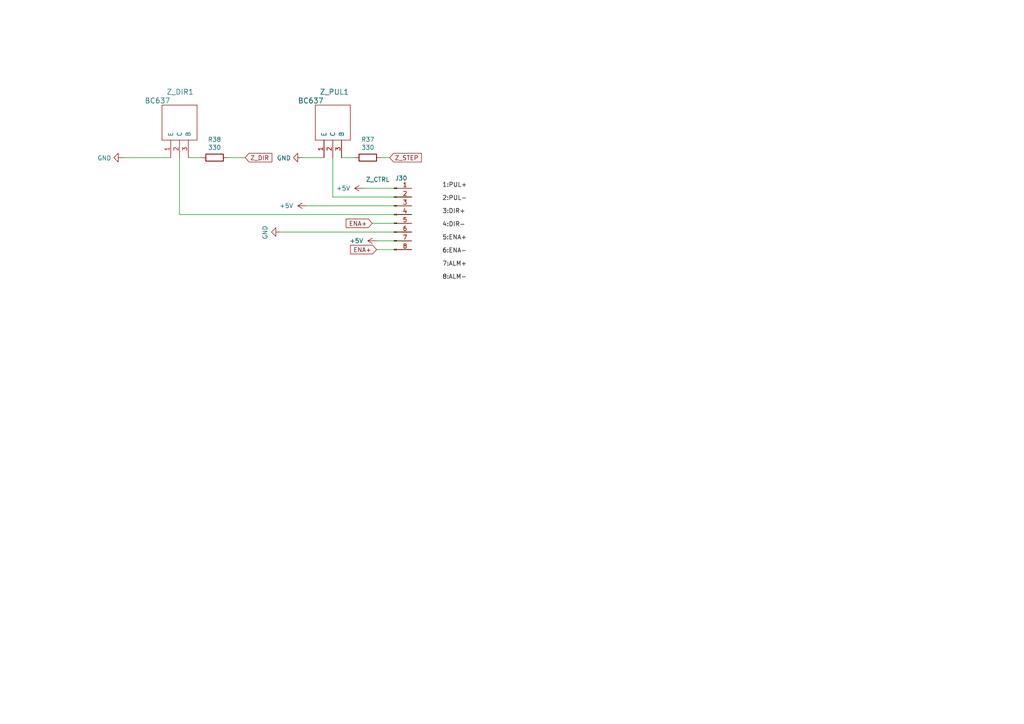
<source format=kicad_sch>
(kicad_sch (version 20211123) (generator eeschema)
  (paper "A4")
  (lib_symbols
    (symbol "Connector:Conn_01x08_Male" (pin_names (offset 1.016) hide)
      (property "Reference" "J" (at 0 10.16 0))
      (property "Value" "Conn_01x08_Male" (at 0 -12.7 0))
      (symbol "Conn_01x08_Male_1_1"
        (polyline (pts (xy 1.27 -10.16) (xy 0.8636 -10.16)) (stroke (width 0.1524)))
        (polyline (pts (xy 1.27 -7.62) (xy 0.8636 -7.62)) (stroke (width 0.1524)))
        (polyline (pts (xy 1.27 -5.08) (xy 0.8636 -5.08)) (stroke (width 0.1524)))
        (polyline (pts (xy 1.27 -2.54) (xy 0.8636 -2.54)) (stroke (width 0.1524)))
        (polyline (pts (xy 1.27 0) (xy 0.8636 0)) (stroke (width 0.1524)))
        (polyline (pts (xy 1.27 2.54) (xy 0.8636 2.54)) (stroke (width 0.1524)))
        (polyline (pts (xy 1.27 5.08) (xy 0.8636 5.08)) (stroke (width 0.1524)))
        (polyline (pts (xy 1.27 7.62) (xy 0.8636 7.62)) (stroke (width 0.1524)))
        (rectangle (start 0.8636 -10.033) (end 0 -10.287) (stroke (width 0.1524)) (fill (type outline)))
        (rectangle (start 0.8636 -7.493) (end 0 -7.747) (stroke (width 0.1524)) (fill (type outline)))
        (rectangle (start 0.8636 -4.953) (end 0 -5.207) (stroke (width 0.1524)) (fill (type outline)))
        (rectangle (start 0.8636 -2.413) (end 0 -2.667) (stroke (width 0.1524)) (fill (type outline)))
        (rectangle (start 0.8636 0.127) (end 0 -0.127) (stroke (width 0.1524)) (fill (type outline)))
        (rectangle (start 0.8636 2.667) (end 0 2.413) (stroke (width 0.1524)) (fill (type outline)))
        (rectangle (start 0.8636 5.207) (end 0 4.953) (stroke (width 0.1524)) (fill (type outline)))
        (rectangle (start 0.8636 7.747) (end 0 7.493) (stroke (width 0.1524)) (fill (type outline)))
        (pin passive line (at 5.08 7.62 180) (length 3.81) (name "Pin_1") (number "1"))
        (pin passive line (at 5.08 5.08 180) (length 3.81) (name "Pin_2") (number "2"))
        (pin passive line (at 5.08 2.54 180) (length 3.81) (name "Pin_3") (number "3"))
        (pin passive line (at 5.08 0 180) (length 3.81) (name "Pin_4") (number "4"))
        (pin passive line (at 5.08 -2.54 180) (length 3.81) (name "Pin_5") (number "5"))
        (pin passive line (at 5.08 -5.08 180) (length 3.81) (name "Pin_6") (number "6"))
        (pin passive line (at 5.08 -7.62 180) (length 3.81) (name "Pin_7") (number "7"))
        (pin passive line (at 5.08 -10.16 180) (length 3.81) (name "Pin_8") (number "8"))
      )
    )
    (symbol "Device:R" (pin_numbers hide) (pin_names (offset 0))
      (property "Reference" "R" (at 2.032 0 90))
      (property "Value" "R" (at 0 0 90))
      (symbol "R_0_1"
        (rectangle (start -1.016 -2.54) (end 1.016 2.54) (stroke (width 0.254)))
      )
      (symbol "R_1_1"
        (pin passive line (at 0 3.81 270) (length 1.27) (name "~") (number "1"))
        (pin passive line (at 0 -3.81 90) (length 1.27) (name "~") (number "2"))
      )
    )
    (symbol "cncBord3-rescue:BC637-slydif_standard" (pin_names (offset 1.016))
      (property "Reference" "U" (at 16.51 7.62 0))
      (property "Value" "BC637-slydif_standard" (at 16.51 5.08 0))
      (symbol "BC637-slydif_standard_1_0"
        (polyline (pts (xy 5.08 2.54) (xy 5.08 -7.62)))
        (polyline (pts (xy 5.08 2.54) (xy 15.24 2.54)))
        (polyline (pts (xy 15.24 -7.62) (xy 5.08 -7.62)))
        (polyline (pts (xy 15.24 -7.62) (xy 15.24 2.54)))
        (pin bidirectional line (at 0 0 0) (length 5.08) (name "E") (number "1"))
        (pin bidirectional line (at 0 -2.54 0) (length 5.08) (name "C") (number "2"))
        (pin bidirectional line (at 0 -5.08 0) (length 5.08) (name "B") (number "3"))
      )
    )
    (symbol "power:+5V" (power) (pin_names (offset 0))
      (property "Value" "+5V" (at 0 3.556 0))
      (symbol "+5V_0_1"
        (polyline (pts (xy -0.762 1.27) (xy 0 2.54)))
        (polyline (pts (xy 0 0) (xy 0 2.54)))
        (polyline (pts (xy 0 2.54) (xy 0.762 1.27)))
      )
      (symbol "+5V_1_1"
        (pin power_in line (at 0 0 90) (length 0) hide (name "+5V") (number "1"))
      )
    )
    (symbol "power:GND" (power) (pin_names (offset 0))
      (property "Value" "GND" (at 0 -3.81 0))
      (symbol "GND_0_1"
        (polyline (pts (xy 0 0) (xy 0 -1.27) (xy 1.27 -1.27) (xy 0 -2.54) (xy -1.27 -1.27) (xy 0 -1.27)))
      )
      (symbol "GND_1_1"
        (pin power_in line (at 0 0 270) (length 0) hide (name "GND") (number "1"))
      )
    )
  )
  (wire (pts (xy 113.03 45.72) (xy 110.49 45.72)))
  (wire (pts (xy 35.56 45.72) (xy 49.53 45.72)))
  (wire (pts (xy 96.52 57.15) (xy 96.52 45.72)))
  (wire (pts (xy 66.04 45.72) (xy 71.12 45.72)))
  (wire (pts (xy 54.61 45.72) (xy 58.42 45.72)))
  (wire (pts (xy 105.41 54.61) (xy 119.38 54.61)))
  (wire (pts (xy 109.22 69.85) (xy 119.38 69.85)))
  (wire (pts (xy 52.07 62.23) (xy 119.38 62.23)))
  (wire (pts (xy 93.98 45.72) (xy 87.63 45.72)))
  (wire (pts (xy 88.9 59.69) (xy 119.38 59.69)))
  (wire (pts (xy 107.95 64.77) (xy 119.38 64.77)))
  (wire (pts (xy 109.22 72.39) (xy 119.38 72.39)))
  (wire (pts (xy 102.87 45.72) (xy 99.06 45.72)))
  (wire (pts (xy 96.52 57.15) (xy 119.38 57.15)))
  (wire (pts (xy 52.07 62.23) (xy 52.07 45.72)))
  (wire (pts (xy 81.28 67.31) (xy 119.38 67.31)))
  (label "7:ALM+" (at 128.27 77.47 0))
  (label "4:DIR-" (at 128.27 66.04 0))
  (label "5:ENA+" (at 128.27 69.85 0))
  (label "8:ALM-" (at 128.27 81.28 0))
  (label "3:DIR+" (at 128.27 62.23 0))
  (label "6:ENA-" (at 128.27 73.66 0))
  (label "1:PUL+" (at 128.27 54.61 0))
  (label "2:PUL-" (at 128.27 58.42 0))
  (global_label "ENA+" (shape input) (at 107.95 64.77 180) (property "Intersheet References" "${INTERSHEET_REFS}" (effects hide)))
  (global_label "Z_STEP" (shape input) (at 113.03 45.72 0) (property "Intersheet References" "${INTERSHEET_REFS}" (effects hide)))
  (global_label "Z_DIR" (shape input) (at 71.12 45.72 0) (property "Intersheet References" "${INTERSHEET_REFS}" (effects hide)))
  (global_label "ENA+" (shape input) (at 109.22 72.39 180) (property "Intersheet References" "${INTERSHEET_REFS}" (effects hide)))
  (symbol (lib_id "Connector:Conn_01x08_Male") (at 114.3 62.23 0) (unit 1)
    (property "Reference" "J30" (at 118.1608 51.689 0) (effects (justify right)))
    (property "Value" "Z_CTRL" (at 113.03 52.07 0) (effects (justify right)))
    (property "Footprint" "Connector_JST:JST_EH_B8B-EH-A_1x08_P2.50mm_Vertical" (effects hide))
  )
  (symbol (lib_id "power:GND") (at 81.28 67.31 270) (unit 1)
    (property "Reference" "#PWR0143" (effects hide))
    (property "Value" "GND" (at 76.8858 67.437 0))
  )
  (symbol (lib_id "power:GND") (at 87.63 45.72 270) (unit 1)
    (property "Reference" "#PWR0145" (effects hide))
    (property "Value" "GND" (at 84.3788 45.847 90) (effects (justify right)))
  )
  (symbol (lib_id "power:GND") (at 35.56 45.72 270) (unit 1)
    (property "Reference" "#PWR0146" (effects hide))
    (property "Value" "GND" (at 32.3088 45.847 90) (effects (justify right)))
  )
  (symbol (lib_id "Device:R") (at 62.23 45.72 270) (unit 1)
    (property "Reference" "R38" (at 62.23 40.4622 90))
    (property "Value" "330" (at 62.23 42.7736 90))
    (property "Footprint" "Resistor_SMD:R_1210_3225Metric_Pad1.30x2.65mm_HandSolder" (effects hide))
  )
  (symbol (lib_id "Device:R") (at 106.68 45.72 270) (unit 1)
    (property "Reference" "R37" (at 106.68 40.4622 90))
    (property "Value" "330" (at 106.68 42.7736 90))
    (property "Footprint" "Resistor_SMD:R_1210_3225Metric_Pad1.30x2.65mm_HandSolder" (effects hide))
  )
  (symbol (lib_id "power:+5V") (at 88.9 59.69 90) (unit 1)
    (property "Reference" "#PWR0139" (effects hide))
    (property "Value" "+5V" (at 85.09 59.6899 90) (effects (justify left)))
  )
  (symbol (lib_id "cncBord3-rescue:BC637-slydif_standard") (at 49.53 45.72 90) (unit 1)
    (property "Reference" "Z_DIR1" (at 48.26 26.67 90) (effects (font (size 1.4986 1.4986)) (justify right)))
    (property "Value" "BC637" (at 41.91 29.21 90) (effects (font (size 1.4986 1.4986)) (justify right)))
    (property "Footprint" "Package_TO_SOT_THT:TO-92_HandSolder" (effects hide))
  )
  (symbol (lib_id "power:+5V") (at 105.41 54.61 90) (unit 1)
    (property "Reference" "#PWR0138" (effects hide))
    (property "Value" "+5V" (at 101.6 54.6099 90) (effects (justify left)))
  )
  (symbol (lib_id "power:+5V") (at 109.22 69.85 90) (unit 1)
    (property "Reference" "#PWR0202" (effects hide))
    (property "Value" "+5V" (at 105.41 69.8499 90) (effects (justify left)))
  )
  (symbol (lib_id "cncBord3-rescue:BC637-slydif_standard") (at 93.98 45.72 90) (unit 1)
    (property "Reference" "Z_PUL1" (at 92.71 26.67 90) (effects (font (size 1.4986 1.4986)) (justify right)))
    (property "Value" "BC637" (at 86.36 29.21 90) (effects (font (size 1.4986 1.4986)) (justify right)))
    (property "Footprint" "Package_TO_SOT_THT:TO-92_HandSolder" (effects hide))
  )
)
</source>
